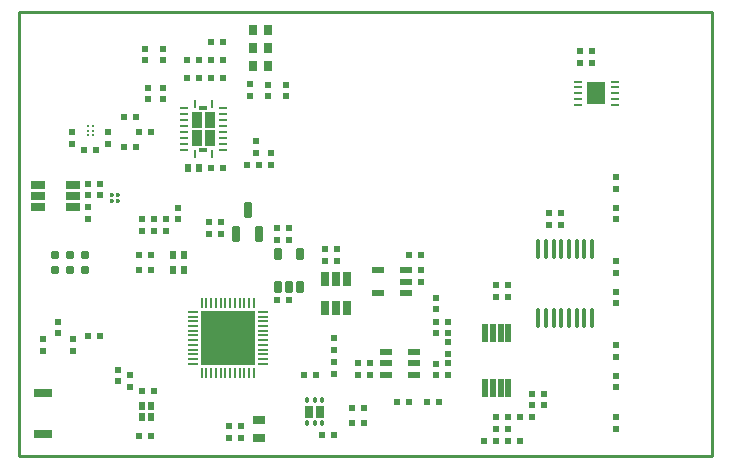
<source format=gtp>
G04*
G04 #@! TF.GenerationSoftware,Altium Limited,Altium Designer,20.1.14 (287)*
G04*
G04 Layer_Color=8421504*
%FSLAX25Y25*%
%MOIN*%
G70*
G04*
G04 #@! TF.SameCoordinates,32D4A6E9-0C54-4149-BE24-DE0316A2B815*
G04*
G04*
G04 #@! TF.FilePolarity,Positive*
G04*
G01*
G75*
%ADD14C,0.01000*%
%ADD21R,0.02756X0.00984*%
%ADD22R,0.03610X0.05228*%
%ADD23R,0.03071X0.01169*%
%ADD24R,0.05906X0.07480*%
%ADD25R,0.02362X0.02362*%
%ADD26R,0.02362X0.02362*%
%ADD27R,0.01968X0.02756*%
G04:AMPARAMS|DCode=28|XSize=9.45mil|YSize=23.62mil|CornerRadius=1.98mil|HoleSize=0mil|Usage=FLASHONLY|Rotation=180.000|XOffset=0mil|YOffset=0mil|HoleType=Round|Shape=RoundedRectangle|*
%AMROUNDEDRECTD28*
21,1,0.00945,0.01965,0,0,180.0*
21,1,0.00548,0.02362,0,0,180.0*
1,1,0.00397,-0.00274,0.00983*
1,1,0.00397,0.00274,0.00983*
1,1,0.00397,0.00274,-0.00983*
1,1,0.00397,-0.00274,-0.00983*
%
%ADD28ROUNDEDRECTD28*%
G04:AMPARAMS|DCode=29|XSize=9.45mil|YSize=23.62mil|CornerRadius=1.98mil|HoleSize=0mil|Usage=FLASHONLY|Rotation=270.000|XOffset=0mil|YOffset=0mil|HoleType=Round|Shape=RoundedRectangle|*
%AMROUNDEDRECTD29*
21,1,0.00945,0.01965,0,0,270.0*
21,1,0.00548,0.02362,0,0,270.0*
1,1,0.00397,-0.00983,-0.00274*
1,1,0.00397,-0.00983,0.00274*
1,1,0.00397,0.00983,0.00274*
1,1,0.00397,0.00983,-0.00274*
%
%ADD29ROUNDEDRECTD29*%
%ADD30R,0.01968X0.02362*%
%ADD31R,0.02362X0.01968*%
%ADD32R,0.02953X0.03347*%
G04:AMPARAMS|DCode=33|XSize=17.72mil|YSize=61.02mil|CornerRadius=1.95mil|HoleSize=0mil|Usage=FLASHONLY|Rotation=180.000|XOffset=0mil|YOffset=0mil|HoleType=Round|Shape=RoundedRectangle|*
%AMROUNDEDRECTD33*
21,1,0.01772,0.05713,0,0,180.0*
21,1,0.01382,0.06102,0,0,180.0*
1,1,0.00390,-0.00691,0.02856*
1,1,0.00390,0.00691,0.02856*
1,1,0.00390,0.00691,-0.02856*
1,1,0.00390,-0.00691,-0.02856*
%
%ADD33ROUNDEDRECTD33*%
%ADD34R,0.04331X0.02362*%
%ADD35R,0.02756X0.05118*%
%ADD36O,0.01378X0.07284*%
G04:AMPARAMS|DCode=37|XSize=23.62mil|YSize=39.37mil|CornerRadius=2.01mil|HoleSize=0mil|Usage=FLASHONLY|Rotation=180.000|XOffset=0mil|YOffset=0mil|HoleType=Round|Shape=RoundedRectangle|*
%AMROUNDEDRECTD37*
21,1,0.02362,0.03535,0,0,180.0*
21,1,0.01961,0.03937,0,0,180.0*
1,1,0.00402,-0.00980,0.01768*
1,1,0.00402,0.00980,0.01768*
1,1,0.00402,0.00980,-0.01768*
1,1,0.00402,-0.00980,-0.01768*
%
%ADD37ROUNDEDRECTD37*%
%ADD38C,0.00906*%
G04:AMPARAMS|DCode=39|XSize=51.18mil|YSize=23.62mil|CornerRadius=2.01mil|HoleSize=0mil|Usage=FLASHONLY|Rotation=90.000|XOffset=0mil|YOffset=0mil|HoleType=Round|Shape=RoundedRectangle|*
%AMROUNDEDRECTD39*
21,1,0.05118,0.01961,0,0,90.0*
21,1,0.04717,0.02362,0,0,90.0*
1,1,0.00402,0.00980,0.02358*
1,1,0.00402,0.00980,-0.02358*
1,1,0.00402,-0.00980,-0.02358*
1,1,0.00402,-0.00980,0.02358*
%
%ADD39ROUNDEDRECTD39*%
G04:AMPARAMS|DCode=40|XSize=25.59mil|YSize=47.24mil|CornerRadius=1.92mil|HoleSize=0mil|Usage=FLASHONLY|Rotation=90.000|XOffset=0mil|YOffset=0mil|HoleType=Round|Shape=RoundedRectangle|*
%AMROUNDEDRECTD40*
21,1,0.02559,0.04341,0,0,90.0*
21,1,0.02175,0.04724,0,0,90.0*
1,1,0.00384,0.02170,0.01088*
1,1,0.00384,0.02170,-0.01088*
1,1,0.00384,-0.02170,-0.01088*
1,1,0.00384,-0.02170,0.01088*
%
%ADD40ROUNDEDRECTD40*%
G04:AMPARAMS|DCode=41|XSize=17.72mil|YSize=11.81mil|CornerRadius=1.95mil|HoleSize=0mil|Usage=FLASHONLY|Rotation=90.000|XOffset=0mil|YOffset=0mil|HoleType=Round|Shape=RoundedRectangle|*
%AMROUNDEDRECTD41*
21,1,0.01772,0.00791,0,0,90.0*
21,1,0.01382,0.01181,0,0,90.0*
1,1,0.00390,0.00396,0.00691*
1,1,0.00390,0.00396,-0.00691*
1,1,0.00390,-0.00396,-0.00691*
1,1,0.00390,-0.00396,0.00691*
%
%ADD41ROUNDEDRECTD41*%
%ADD42C,0.01417*%
%ADD43C,0.03098*%
%ADD44O,0.03740X0.00787*%
%ADD45O,0.00787X0.03740*%
%ADD46R,0.18110X0.18110*%
%ADD47R,0.05906X0.02913*%
%ADD48R,0.04000X0.02500*%
%ADD49R,0.02362X0.02756*%
G36*
X95410Y16610D02*
Y16649D01*
X95439Y16722D01*
X95495Y16777D01*
X95567Y16807D01*
X95606D01*
D01*
X97969D01*
X98008D01*
X98080Y16777D01*
X98135Y16722D01*
X98165Y16649D01*
Y16610D01*
D01*
Y13067D01*
Y13028D01*
X98135Y12955D01*
X98080Y12900D01*
X98008Y12870D01*
X97969D01*
D01*
X95606D01*
X95567D01*
X95495Y12900D01*
X95439Y12955D01*
X95410Y13028D01*
Y13067D01*
D01*
Y16610D01*
D02*
G37*
G36*
X99150Y12870D02*
X99111D01*
X99038Y12900D01*
X98983Y12955D01*
X98953Y13028D01*
Y13067D01*
D01*
Y16610D01*
Y16649D01*
X98983Y16722D01*
X99038Y16777D01*
X99111Y16807D01*
X99150D01*
D01*
X101512D01*
X101551D01*
X101623Y16777D01*
X101679Y16722D01*
X101709Y16649D01*
Y16610D01*
D01*
Y13067D01*
Y13028D01*
X101679Y12955D01*
X101623Y12900D01*
X101551Y12870D01*
X101512D01*
D01*
X99150D01*
D02*
G37*
D14*
X0Y0D02*
X231000D01*
X231000Y148000D02*
X231000Y0D01*
X0Y148000D02*
X231000D01*
X0Y0D02*
Y148000D01*
D21*
X186386Y124937D02*
D03*
Y122968D02*
D03*
Y121000D02*
D03*
Y119032D02*
D03*
Y117063D02*
D03*
X198590Y124937D02*
D03*
Y122968D02*
D03*
Y121000D02*
D03*
Y119032D02*
D03*
Y117063D02*
D03*
D22*
X63702Y106103D02*
D03*
X59305D02*
D03*
Y112119D02*
D03*
X63702D02*
D03*
D23*
X61504Y116105D02*
D03*
Y102117D02*
D03*
D24*
X192488Y121000D02*
D03*
D25*
X35000Y103000D02*
D03*
X38937D02*
D03*
X35032Y113000D02*
D03*
X38969D02*
D03*
X40000Y108000D02*
D03*
X43937D02*
D03*
X59874Y126000D02*
D03*
X55937D02*
D03*
X59874Y132000D02*
D03*
X55937D02*
D03*
X64000Y126000D02*
D03*
X67937D02*
D03*
X63968Y132000D02*
D03*
X67905D02*
D03*
X63937Y138000D02*
D03*
X67874D02*
D03*
X105937Y69000D02*
D03*
X102000D02*
D03*
X105937Y65000D02*
D03*
X102000D02*
D03*
X159063Y53000D02*
D03*
X163000D02*
D03*
X159063Y57000D02*
D03*
X163000D02*
D03*
Y13000D02*
D03*
X159063D02*
D03*
X171000D02*
D03*
X167063D02*
D03*
X176827Y77000D02*
D03*
X180764D02*
D03*
X176827Y81000D02*
D03*
X180764D02*
D03*
X86000Y72000D02*
D03*
X89937D02*
D03*
Y76000D02*
D03*
X86000D02*
D03*
X187000Y135000D02*
D03*
X190937D02*
D03*
X187000Y131000D02*
D03*
X190937D02*
D03*
X114937Y16000D02*
D03*
X111000D02*
D03*
Y11000D02*
D03*
X114937D02*
D03*
X98937Y27000D02*
D03*
X95000D02*
D03*
X44937Y21937D02*
D03*
X41000D02*
D03*
X40063Y6937D02*
D03*
X44000D02*
D03*
X23000Y40000D02*
D03*
X26937D02*
D03*
D26*
X43000Y122937D02*
D03*
Y119000D02*
D03*
X48000Y122937D02*
D03*
Y119000D02*
D03*
Y135937D02*
D03*
Y132000D02*
D03*
X42000Y135937D02*
D03*
Y132000D02*
D03*
X77000Y124000D02*
D03*
Y120063D02*
D03*
X83000Y123937D02*
D03*
Y120000D02*
D03*
X89000Y123937D02*
D03*
Y120000D02*
D03*
X171000Y20937D02*
D03*
Y17000D02*
D03*
X139000Y52937D02*
D03*
Y49000D02*
D03*
Y30937D02*
D03*
Y27000D02*
D03*
X113000Y27063D02*
D03*
Y31000D02*
D03*
X117000Y27063D02*
D03*
Y31000D02*
D03*
X53000Y82937D02*
D03*
Y79000D02*
D03*
X63260Y74268D02*
D03*
Y78205D02*
D03*
X67260D02*
D03*
Y74268D02*
D03*
X49000Y79000D02*
D03*
Y75063D02*
D03*
X45000D02*
D03*
Y79000D02*
D03*
X41000Y75063D02*
D03*
Y79000D02*
D03*
X27000Y90937D02*
D03*
Y87000D02*
D03*
X23000D02*
D03*
Y90937D02*
D03*
X33000Y25000D02*
D03*
Y28937D02*
D03*
X70000Y10000D02*
D03*
Y6063D02*
D03*
X74000D02*
D03*
Y10000D02*
D03*
X105000Y35386D02*
D03*
Y39323D02*
D03*
Y31386D02*
D03*
Y27449D02*
D03*
X37000Y23031D02*
D03*
Y26969D02*
D03*
X8000Y35032D02*
D03*
Y38969D02*
D03*
X13000Y41000D02*
D03*
Y44937D02*
D03*
X18000Y35032D02*
D03*
Y38969D02*
D03*
D27*
X56260Y96000D02*
D03*
X60000D02*
D03*
X51260Y62000D02*
D03*
X55000D02*
D03*
X51228Y67000D02*
D03*
X54969D02*
D03*
D28*
X58551Y117575D02*
D03*
X64457D02*
D03*
Y100646D02*
D03*
X58551D02*
D03*
D29*
X68000Y116000D02*
D03*
Y114032D02*
D03*
Y112063D02*
D03*
Y110095D02*
D03*
Y108126D02*
D03*
Y106158D02*
D03*
Y104189D02*
D03*
Y102221D02*
D03*
X55008D02*
D03*
Y104189D02*
D03*
Y106158D02*
D03*
Y108126D02*
D03*
Y110095D02*
D03*
Y112063D02*
D03*
Y114032D02*
D03*
Y116000D02*
D03*
D30*
X64000Y96000D02*
D03*
X67937D02*
D03*
X76000Y97000D02*
D03*
X79937D02*
D03*
X166937Y5000D02*
D03*
X163000D02*
D03*
X159000D02*
D03*
X155063D02*
D03*
X130032Y67000D02*
D03*
X133968D02*
D03*
X159063Y9000D02*
D03*
X163000D02*
D03*
X25649Y102091D02*
D03*
X21712D02*
D03*
X89969Y52000D02*
D03*
X86032D02*
D03*
X129969Y18000D02*
D03*
X126031D02*
D03*
X140000D02*
D03*
X136063D02*
D03*
X40000Y62000D02*
D03*
X43937D02*
D03*
X101000Y7000D02*
D03*
X104937D02*
D03*
X40000Y67000D02*
D03*
X43937D02*
D03*
D31*
X79000Y104969D02*
D03*
Y101031D02*
D03*
X84000Y101000D02*
D03*
Y97063D02*
D03*
X134000Y62000D02*
D03*
Y58063D02*
D03*
X175000Y20937D02*
D03*
Y17000D02*
D03*
X139000Y41000D02*
D03*
Y44937D02*
D03*
X143000D02*
D03*
Y41000D02*
D03*
Y31000D02*
D03*
Y27063D02*
D03*
Y38000D02*
D03*
Y34063D02*
D03*
X29712Y104154D02*
D03*
Y108091D02*
D03*
X17712Y104154D02*
D03*
Y108091D02*
D03*
X23000Y79063D02*
D03*
Y83000D02*
D03*
X199000Y37000D02*
D03*
Y33063D02*
D03*
Y23000D02*
D03*
Y26937D02*
D03*
Y65000D02*
D03*
Y61063D02*
D03*
Y93000D02*
D03*
Y89063D02*
D03*
Y79000D02*
D03*
Y82937D02*
D03*
Y51000D02*
D03*
Y54937D02*
D03*
Y9031D02*
D03*
Y12968D02*
D03*
D32*
X78000Y136000D02*
D03*
X82921D02*
D03*
X78000Y142000D02*
D03*
X82921D02*
D03*
X78000Y130000D02*
D03*
X82921D02*
D03*
D33*
X155441Y22693D02*
D03*
X158000D02*
D03*
X160559D02*
D03*
X163118D02*
D03*
X155441Y41000D02*
D03*
X158000D02*
D03*
X160559D02*
D03*
X163118D02*
D03*
D34*
X119551Y54520D02*
D03*
Y62000D02*
D03*
X129000D02*
D03*
Y58260D02*
D03*
Y54520D02*
D03*
X122276Y27260D02*
D03*
Y31000D02*
D03*
Y34740D02*
D03*
X131724D02*
D03*
Y31000D02*
D03*
Y27260D02*
D03*
D35*
X109480Y59000D02*
D03*
X105740D02*
D03*
X102000D02*
D03*
Y49551D02*
D03*
X105740D02*
D03*
X109480D02*
D03*
D36*
X173087Y46000D02*
D03*
X175646D02*
D03*
X178205D02*
D03*
X180764D02*
D03*
X183323D02*
D03*
X185882D02*
D03*
X188441D02*
D03*
X191000D02*
D03*
X173087Y69032D02*
D03*
X175646D02*
D03*
X178205D02*
D03*
X180764D02*
D03*
X183323D02*
D03*
X185882D02*
D03*
X188441D02*
D03*
X191000D02*
D03*
D37*
X86260Y56587D02*
D03*
X90000D02*
D03*
X93740D02*
D03*
Y67413D02*
D03*
X86260D02*
D03*
D38*
X23058Y106942D02*
D03*
X24712D02*
D03*
Y108516D02*
D03*
X23058D02*
D03*
X24712Y110091D02*
D03*
X23058D02*
D03*
D39*
X72520Y74000D02*
D03*
X80000D02*
D03*
X76260Y82268D02*
D03*
D40*
X18000Y90480D02*
D03*
Y86740D02*
D03*
Y83000D02*
D03*
X6386D02*
D03*
Y86740D02*
D03*
Y90480D02*
D03*
D41*
X96000Y11000D02*
D03*
X98559D02*
D03*
X101118D02*
D03*
Y18677D02*
D03*
X98559D02*
D03*
X96000D02*
D03*
D42*
X31000Y87000D02*
D03*
X32969D02*
D03*
X31000Y85031D02*
D03*
X32969D02*
D03*
D43*
X22000Y67000D02*
D03*
Y62000D02*
D03*
X17000Y67000D02*
D03*
Y62000D02*
D03*
X12000Y67000D02*
D03*
Y62000D02*
D03*
D44*
X58000Y37150D02*
D03*
Y35575D02*
D03*
Y34000D02*
D03*
Y32425D02*
D03*
Y45024D02*
D03*
Y43449D02*
D03*
Y41874D02*
D03*
Y40299D02*
D03*
Y48173D02*
D03*
X81228Y32425D02*
D03*
Y34000D02*
D03*
Y35575D02*
D03*
Y37150D02*
D03*
Y40299D02*
D03*
Y41874D02*
D03*
Y43449D02*
D03*
Y45024D02*
D03*
Y48173D02*
D03*
X58000Y30850D02*
D03*
Y46598D02*
D03*
Y38724D02*
D03*
X81228Y30850D02*
D03*
Y38724D02*
D03*
Y46598D02*
D03*
D45*
X62528Y27898D02*
D03*
X64102D02*
D03*
X65677D02*
D03*
X67252D02*
D03*
Y51126D02*
D03*
X65677D02*
D03*
X64102D02*
D03*
X62528D02*
D03*
X70402Y27898D02*
D03*
X71976D02*
D03*
X73551D02*
D03*
X75126D02*
D03*
Y51126D02*
D03*
X73551D02*
D03*
X71976D02*
D03*
X70402D02*
D03*
X78276Y27898D02*
D03*
Y51126D02*
D03*
X60953Y27898D02*
D03*
Y51126D02*
D03*
X68827Y27898D02*
D03*
X76701D02*
D03*
Y51126D02*
D03*
X68827D02*
D03*
D46*
X69614Y39512D02*
D03*
D47*
X8000Y7590D02*
D03*
Y21000D02*
D03*
D48*
X80000Y12000D02*
D03*
Y6000D02*
D03*
D49*
X44150Y13000D02*
D03*
Y16937D02*
D03*
X41000D02*
D03*
Y13000D02*
D03*
M02*

</source>
